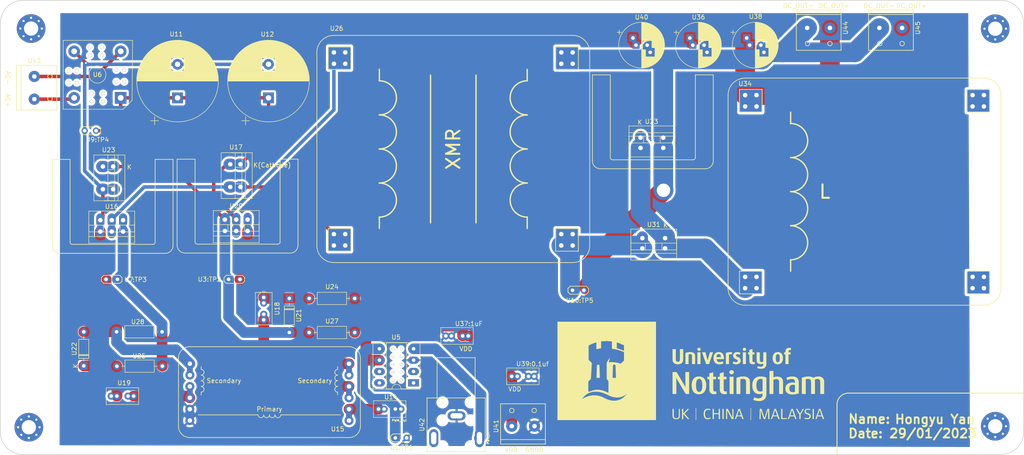
<source format=kicad_pcb>
(kicad_pcb (version 20241229) (generator "pcbnew") (generator_version "9.0")
  (layers (0 "F.Cu" mixed) (2 "B.Cu" signal) (13 "F.Paste" user) (15 "B.Paste" user) (5 "F.SilkS" user "F.Silkscreen") (7 "B.SilkS" user "B.Silkscreen") (1 "F.Mask" user) (3 "B.Mask" user) (25 "Edge.Cuts" user))
  (net 0 "")
  (net 1 "/PWM_Out")
  (net 2 "GNDD")
  (net 3 "/PWM_OUT_A")
  (net 4 "/PWM_COM_A")
  (net 7 "/PWM_Input")
  (net 8 "VDD")
  (net 11 "/PWM_COM_B")
  (net 12 "/VAC(+)")
  (net 13 "/Rectifier_DC(+)")
  (net 14 "/VAC(-)")
  (net 15 "/PWM_OUT_B")
  (net 16 "Net-(U14-Pad1)")
  (net 17 "Net-(U15-Pad3)")
  (net 18 "Net-(U15-Pad5)")
  (net 19 "Net-(U16-Pad2)")
  (net 20 "Net-(U18-Pad1)")
  (net 21 "Net-(U19-Pad1)")
  (net 22 "/Transformer_Out(+)")
  (net 23 "/Converter_Out(-)")
  (net 24 "Net-(U31-Pad1)")
  (net 25 "/Converter_Out(+)")
  (footprint "EEEE2046_Electrical:SOD113" (layer "F.Cu") (at 87.716 58.0292 -90)
    (property "Reference" "U17")
    (property "Value" "BYV25FX-600")
  )
  (footprint "Capacitor_THT:CP_Radial_D18.0mm_P7.50mm" (layer "F.Cu") (at 73.66 43.18 90)
    (property "Reference" "U11")
    (property "Value" "ECA2AM102")
  )
  (footprint "EEEE2046_Electrical:SOD113" (layer "F.Cu") (at 182.5752 76.8448 180)
    (property "Reference" "U31")
    (property "Value" "BYV25FX-600")
  )
  (footprint "EEEE2046_Electrical:LP-0841-3B-05A" (layer "F.Cu") (at 139.1412 110.2868 -90)
    (property "Reference" "U42")
    (property "Value" "PWM_Input")
  )
  (footprint "Capacitor_THT:CP_Radial_D18.0mm_P7.50mm" (layer "F.Cu") (at 93.98 43.18 90)
    (property "Reference" "U12")
    (property "Value" "ECA2AM102")
  )
  (footprint "Capacitor_THT:C_Rect_L7.0mm_W3.5mm_P2.50mm_P5.00mm" (layer "F.Cu") (at 118.5564 112.776)
    (property "Reference" "U14")
    (property "Value" "F")
  )
  (footprint "EEEE2046_Electrical:SOD113" (layer "F.Cu") (at 177.0888 52.0856)
    (property "Reference" "U33")
    (property "Value" "BYV25FX-600")
  )
  (footprint "MountingHole:MountingHole_3.2mm_M3_Pad_Via" (layer "F.Cu") (at 256.322102 27.722102)
    (property "Reference" "H2" (hide yes))
    (property "Value" "Mount")
  )
  (footprint "Capacitor_THT:CP_Radial_D10.0mm_P2.50mm_P5.00mm" (layer "F.Cu") (at 188.772723 31.3944)
    (property "Reference" "U36")
    (property "Value" "F")
  )
  (footprint "Resistor_THT:R_Axial_DIN0207_L6.3mm_D2.5mm_P10.16mm_Horizontal" (layer "F.Cu") (at 70.2692 103.1828 180)
    (property "Reference" "U25")
    (property "Value" "R")
  )
  (footprint "MountingHole:MountingHole_3.2mm_M3_Pad_Via" (layer "F.Cu") (at 256.322102 116.622102)
    (property "Reference" "H4" (hide yes))
    (property "Value" "Mount")
  )
  (footprint "EEEE2046_Electrical:ETD_34-L" (layer "F.Cu") (at 200.4568 42.5704)
    (property "Reference" "U34")
    (property "Value" "H")
  )
  (footprint "Diode_THT:D_DO-35_SOD27_P7.62mm_Horizontal" (layer "F.Cu") (at 98.6282 88.0364 -90)
    (property "Reference" "U21")
    (property "Value" "V")
  )
  (footprint "EEEE2046_Electrical:2wayTerminalBlock" (layer "F.Cu") (at 219.3906 27.5416 180)
    (property "Reference" "U44")
    (property "Value" "Converter_Out")
  )
  (footprint "TestPoint:TestPoint_2Pads_Pitch2.54mm_Drill0.8mm" (layer "F.Cu") (at 60.2288 83.7692 180)
    (property "Reference" "U7")
    (property "Value" "TP_Q2_Gate")
  )
  (footprint "Resistor_THT:R_Axial_DIN0207_L6.3mm_D2.5mm_P10.16mm_Horizontal" (layer "F.Cu") (at 60.0456 95.504)
    (property "Reference" "U28")
    (property "Value" "R")
  )
  (footprint "EEEE2046_Electrical:TO220_Heatsink" (layer "F.Cu") (at 87.0712 77.892 180)
    (property "Reference" "U4-Diode1" (hide yes))
    (property "Value" "TO220_Heatsink")
  )
  (footprint "Capacitor_THT:C_Rect_L7.0mm_W3.5mm_P2.50mm_P5.00mm" (layer "F.Cu") (at 148.3052 105.4634)
    (property "Reference" "U39")
    (property "Value" "0.1 uF")
  )
  (footprint "MountingHole:MountingHole_3.2mm_M3_Pad_Via" (layer "F.Cu") (at 40.4368 116.84)
    (property "Reference" "H4" (hide yes))
    (property "Value" "Mount")
  )
  (footprint "Capacitor_THT:C_Rect_L7.0mm_W3.5mm_P2.50mm_P5.00mm" (layer "F.Cu") (at 92.9132 87.8224 -90)
    (property "Reference" "U18")
    (property "Value" "F")
  )
  (footprint "EEEE2046_Electrical:TO220_Heatsink" (layer "F.Cu") (at 179.832 59.0296 180)
    (property "Reference" "U2-Mosfet1" (hide yes))
    (property "Value" "TO220_Heatsink")
  )
  (footprint "EEEE2046_Electrical:TO220_Heatsink" (layer "F.Cu") (at 59.1566 77.9526 180)
    (property "Reference" "U3-Diode1" (hide yes))
    (property "Value" "TO220_Heatsink")
  )
  (footprint "Capacitor_THT:C_Rect_L7.0mm_W3.5mm_P2.50mm_P5.00mm" (layer "F.Cu") (at 138.5932 96.4184 180)
    (property "Reference" "U37")
    (property "Value" "1uF")
  )
  (footprint "EEEE2046_Electrical:Diode_Bridge_Vishay_KBPC6" (layer "F.Cu") (at 60.96 43.18 180)
    (property "Reference" "U6")
    (property "Value" "VS-KBPC606PBF")
  )
  (footprint "EEEE2046_Electrical:ETD_34-XMR" (layer "F.Cu") (at 108.585 33.02)
    (property "Reference" "U26")
    (property "Value" "ETD_34-Transformer_1P_1S")
  )
  (footprint "EEEE2046_Electrical:UONLogo2" (layer "F.Cu") (at 188.3156 104.2416)
    (property "Reference" "G***" (hide yes))
    (property "Value" "LOGO" (hide yes))
  )
  (footprint "TestPoint:TestPoint_2Pads_Pitch2.54mm_Drill0.8mm" (layer "F.Cu") (at 161.8996 86.2076)
    (property "Reference" "U10")
    (property "Value" "TP_Trans_Out")
  )
  (footprint "Capacitor_THT:C_Rect_L7.0mm_W3.5mm_P2.50mm_P5.00mm" (layer "F.Cu") (at 58.8464 109.8804)
    (property "Reference" "U19")
    (property "Value" "F")
  )
  (footprint "TestPoint:TestPoint_2Pads_Pitch2.54mm_Drill0.8mm" (layer "F.Cu") (at 87.61 83.7692 180)
    (property "Reference" "U3")
    (property "Value" "TP_Q1_Gate")
  )
  (footprint "Capacitor_THT:CP_Radial_D10.0mm_P2.50mm_P5.00mm" (layer "F.Cu") (at 201.472723 31.3944)
    (property "Reference" "U38")
    (property "Value" "F")
  )
  (footprint "Capacitor_THT:CP_Radial_D10.0mm_P2.50mm_P5.00mm" (layer "F.Cu") (at 176.072723 31.3944)
    (property "Reference" "U40")
    (property "Value" "F")
  )
  (footprint "EEEE2046_Electrical:TO-220FPAB" (layer "F.Cu") (at 61.4934 73.0758 180)
    (property "Reference" "U16")
    (property "Value" "IRFI530NPbF")
  )
  (footprint "Resistor_THT:R_Axial_DIN0207_L6.3mm_D2.5mm_P10.16mm_Horizontal" (layer "F.Cu") (at 113.2332 88.0364 180)
    (property "Reference" "U24")
    (property "Value" "R")
  )
  (footprint "EEEE2046_Electrical:Toroid-Transformer_1P_2S" (layer "F.Cu") (at 111.9632 115.3414 180)
    (property "Reference" "U15")
    (property "Value" "Toroid-Transformer_1P_2S")
  )
  (footprint "Diode_THT:D_DO-35_SOD27_P7.62mm_Horizontal" (layer "F.Cu") (at 52.7104 103.124 90)
    (property "Reference" "U22")
    (property "Value" "V")
  )
  (footprint "Resistor_THT:R_Axial_DIN0207_L6.3mm_D2.5mm_P10.16mm_Horizontal" (layer "F.Cu") (at 103.0732 95.6564)
    (property "Reference" "U27")
    (property "Value" "R")
  )
  (footprint "EEEE2046_Electrical:2wayTerminalBlock" (layer "F.Cu") (at 235.5196 27.5416 180)
    (property "Reference" "U45")
    (property "Value" "Converter_Out")
  )
  (footprint "TestPoint:TestPoint_2Pads_Pitch2.54mm_Drill0.8mm" (layer "F.Cu") (at 55.4536 50.5206 180)
    (property "Reference" "U9")
    (property "Value" "TP_DC_Link")
  )
  (footprint "EEEE2046_Electrical:2wayTerminalBlock" (layer "F.Cu") (at 148.3252 116.6034)
    (property "Reference" "U41")
    (property "Value" "PWM_Power")
  )
  (footprint "MountingHole:MountingHole_3.2mm_M3_Pad_Via" (layer "F.Cu") (at 40.9448 27.686)
    (property "Reference" "H2" (hide yes))
    (property "Value" "Mount")
  )
  (footprint "EEEE2046_Electrical:SOD113" (layer "F.Cu") (at 59.268 58.5372 -90)
    (property "Reference" "U23")
    (property "Value" "BYV25FX-600")
  )
  (footprint "Package_DIP:DIP-8_W7.62mm_Socket_LongPads" (layer "F.Cu") (at 126.3804 106.924 180)
    (property "Reference" "U5")
    (property "Value" "TC4425AVPA")
  )
  (footprint "TestPoint:TestPoint_2Pads_Pitch2.54mm_Drill0.8mm" (layer "F.Cu") (at 122.2956 119.2276)
    (property "Reference" "U1")
    (property "Value" "TP_PWM_Out")
  )
  (footprint "EEEE2046_Electrical:2wayTerminalBlock" (layer "F.Cu") (at 41.664 38.394 -90)
    (property "Reference" "U43")
    (property "Value" "AC_Power")
  )
  (footprint "EEEE2046_Electrical:TO-220FPAB" (layer "F.Cu") (at 89.3064 72.9488 180)
    (property "Reference" "U20")
    (property "Value" "IRFI530NPbF")
  )
  (gr_line (start 223.52 109.22) (end 262.672102 109.22) (stroke (width 0.2)) (layer "F.SilkS"))
  (gr_arc (start 220.98 111.76) (mid 221.723949 109.963949) (end 223.52 109.22) (stroke (width 0.2)) (layer "F.SilkS"))
  (gr_line (start 220.98 120.904) (end 220.98 122.9) (stroke (width 0.2)) (layer "F.SilkS"))
  (gr_line (start 220.98 111.76) (end 220.98 120.904) (stroke (width 0.2)) (layer "F.SilkS"))
  (gr_circle (center 123.5964 106.3244) (end 123.3932 106.5276) (stroke (width 0.1)) (fill no) (layer "Edge.Cuts"))
  (gr_circle (center 61.7728 39.5732) (end 61.468 39.8272) (stroke (width 0.1)) (fill no) (layer "Edge.Cuts"))
  (gr_circle (center 123.5964 102.802266) (end 123.3932 103.005466) (stroke (width 0.1)) (fill no) (layer "Edge.Cuts"))
  (gr_circle (center 123.5964 101.0412) (end 123.3932 101.2444) (stroke (width 0.1)) (fill no) (layer "Edge.Cuts"))
  (gr_circle (center 59.9948 36.9316) (end 59.69 37.1856) (stroke (width 0.1)) (fill no) (layer "Edge.Cuts"))
  (gr_circle (center 56.7436 31.9024) (end 56.9976 32.2072) (stroke (width 0.1)) (fill no) (layer "Edge.Cuts"))
  (gr_line (start 34.072103 26.452103) (end 34.072102 117.892102) (stroke (width 0.15)) (layer "Edge.Cuts"))
  (gr_circle (center 51.16524 37.1348) (end 51.47004 36.8808) (stroke (width 0.1)) (fill no) (layer "Edge.Cuts"))
  (gr_circle (center 121.8184 106.3244) (end 121.6152 106.5276) (stroke (width 0.1)) (fill no) (layer "Edge.Cuts"))
  (gr_circle (center 123.5964 99.314) (end 123.3932 99.5172) (stroke (width 0.1)) (fill no) (layer "Edge.Cuts"))
  (gr_circle (center 123.5964 104.563332) (end 123.3932 104.766532) (stroke (width 0.1)) (fill no) (layer "Edge.Cuts"))
  (gr_circle (center 57.0484 43.9928) (end 56.7944 43.688) (stroke (width 0.1)) (fill no) (layer "Edge.Cuts"))
  (gr_circle (center 59.9948 39.5732) (end 59.69 39.8272) (stroke (width 0.1)) (fill no) (layer "Edge.Cuts"))
  (gr_line (start 262.672102 117.892102) (end 262.672102 26.452102) (stroke (width 0.15)) (layer "Edge.Cuts"))
  (gr_circle (center 54.102 31.9024) (end 54.356 32.2072) (stroke (width 0.1)) (fill no) (layer "Edge.Cuts"))
  (gr_arc (start 34.072103 26.452103) (mid 35.560001 22.860001) (end 39.152103 21.372103) (stroke (width 0.15)) (layer "Edge.Cuts"))
  (gr_circle (center 56.7436 33.6804) (end 56.9976 33.9852) (stroke (width 0.1)) (fill no) (layer "Edge.Cuts"))
  (gr_line (start 257.592102 21.372102) (end 39.152102 21.372102) (stroke (width 0.15)) (layer "Edge.Cuts"))
  (gr_circle (center 57.0484 42.2148) (end 56.7944 41.91) (stroke (width 0.1)) (fill no) (layer "Edge.Cuts"))
  (gr_arc (start 257.592102 21.372102) (mid 261.184202 22.86) (end 262.672102 26.452102) (stroke (width 0.15)) (layer "Edge.Cuts"))
  (gr_arc (start 262.672102 117.892102) (mid 261.184204 121.484204) (end 257.592102 122.972102) (stroke (width 0.15)) (layer "Edge.Cuts"))
  (gr_circle (center 54.102 33.6804) (end 54.356 33.9852) (stroke (width 0.1)) (fill no) (layer "Edge.Cuts"))
  (gr_circle (center 121.8184 99.314) (end 121.6152 99.5172) (stroke (width 0.1)) (fill no) (layer "Edge.Cuts"))
  (gr_circle (center 61.7728 36.9316) (end 61.468 37.1856) (stroke (width 0.1)) (fill no) (layer "Edge.Cuts"))
  (gr_circle (center 51.16524 39.7764) (end 51.47004 39.5224) (stroke (width 0.1)) (fill no) (layer "Edge.Cuts"))
  (gr_circle (center 54.4068 43.9928) (end 54.1528 43.688) (stroke (width 0.1)) (fill no) (layer "Edge.Cuts"))
  (gr_line (start 257.592102 122.972102) (end 39.152102 122.972102) (stroke (width 0.15)) (layer "Edge.Cuts"))
  (gr_arc (start 39.152102 122.972102) (mid 35.56 121.484204) (end 34.072102 117.892102) (stroke (width 0.15)) (layer "Edge.Cuts"))
  (gr_circle (center 49.38724 37.1348) (end 49.69204 36.8808) (stroke (width 0.1)) (fill no) (layer "Edge.Cuts"))
  (gr_circle (center 49.38724 39.7764) (end 49.69204 39.5224) (stroke (width 0.1)) (fill no) (layer "Edge.Cuts"))
  (gr_circle (center 54.4068 42.2148) (end 54.1528 41.91) (stroke (width 0.1)) (fill no) (layer "Edge.Cuts"))
  (gr_circle (center 121.8184 101.0412) (end 121.6152 101.2444) (stroke (width 0.1)) (fill no) (layer "Edge.Cuts"))
  (gr_circle (center 121.8184 104.563332) (end 121.6152 104.766532) (stroke (width 0.1)) (fill no) (layer "Edge.Cuts"))
  (gr_circle (center 121.8184 102.802266) (end 121.6152 103.005466) (stroke (width 0.1)) (fill no) (layer "Edge.Cuts"))
  (gr_text "DC_OUT+" (at 220.3196 22.5806 0) (layer "F.SilkS") (effects (font (size 1 1))))
  (gr_text "Hongyu Yan" (at 242.824 115.062 0) (layer "F.SilkS") (effects (font (size 2 2) (thickness 0.4))))
  (gr_text ":TP2" (at 81.788 83.7692 0) (layer "F.SilkS") (effects (font (size 1 1))))
  (gr_text "DC_OUT-" (at 212.3186 22.5806 0) (layer "F.SilkS") (effects (font (size 1 1))))
  (gr_text "K" (at 176.9364 48.6664 0) (layer "F.SilkS") (effects (font (size 1 1))))
  (gr_text "AC-" (at 35.7886 38.7096 270) (layer "F.SilkS") (effects (font (size 1 1))))
  (gr_text "DC_OUT-" (at 230.3526 22.5806 0) (layer "F.SilkS") (effects (font (size 1 1))))
  (gr_text "GNDD" (at 153.3906 121.8946 0) (layer "F.SilkS") (effects (font (size 1 1))))
  (gr_text "K" (at 182.6768 71.7296 0) (layer "F.SilkS") (effects (font (size 1 1))))
  (gr_text "PWM_In" (at 143.0528 119.2784 90) (layer "F.SilkS") (effects (font (size 0.5 0.5) (thickness 0.125))))
  (gr_text "DC_OUT+" (at 237.5916 22.5806 0) (layer "F.SilkS") (effects (font (size 1 1))))
  (gr_text "PWM_Out" (at 123.19 115.316 0) (layer "F.SilkS") (effects (font (size 0.5 0.5) (thickness 0.125))))
  (gr_text ":1uF" (at 140.1826 93.7006 0) (layer "F.SilkS") (effects (font (size 1 1))))
  (gr_text "VDD" (at 148.1836 121.8946 0) (layer "F.SilkS") (effects (font (size 1 1))))
  (gr_text ":TP4" (at 56.7436 52.5526 0) (layer "F.SilkS") (effects (font (size 1 1))))
  (gr_text "VDD" (at 148.9964 108.3056 0) (layer "F.SilkS") (effects (font (size 1 1))))
  (gr_text "AC+" (at 35.7886 43.7896 270) (layer "F.SilkS") (effects (font (size 1 1))))
  (gr_text ":TP5" (at 164.9476 88.4936 0) (layer "F.SilkS") (effects (font (size 1 1))))
  (gr_text ":0.1uf" (at 154.4066 102.7176 0) (layer "F.SilkS") (effects (font (size 1 1))))
  (gr_text "VDD" (at 138.0744 99.314 0) (layer "F.SilkS") (effects (font (size 1 1))))
  (gr_text ":TP3" (at 65.1764 83.82 0) (layer "F.SilkS") (effects (font (size 1 1))))
  (gr_text "K" (at 62.8904 58.674 0) (layer "F.SilkS") (effects (font (size 1 1))))
  (gr_text ":TP1" (at 124.6632 121.3612 0) (layer "F.SilkS") (effects (font (size 1 1))))
  (gr_text "K(Cathode)" (at 94.7928 58.2168 0) (layer "F.SilkS") (effects (font (size 1 1))))
  (gr_text "Name: \nDate: 29/01/2023" (at 223.302102 116.622102 0) (layer "F.SilkS") (effects (font (size 2 2) (thickness 0.4)) (justify left)))
  (segment (start 115.0112 100.3808) (end 115.0112 108.5596) (width 2.39) (layer "B.Cu") (net 1))
  (segment (start 116.078 99.314) (end 115.0112 100.3808) (width 2.39) (layer "B.Cu") (net 1))
  (segment (start 122.2956 112.7868) (end 122.3064 112.776) (width 2.39) (layer "B.Cu") (net 1))
  (segment (start 118.7604 99.304) (end 118.7504 99.314) (width 2.39) (layer "B.Cu") (net 1))
  (segment (start 118.7504 99.314) (end 116.078 99.314) (width 2.39) (layer "B.Cu") (net 1))
  (segment (start 115.0112 108.5596) (end 117.0326 110.581) (width 2.39) (layer "B.Cu") (net 1))
  (segment (start 117.0326 110.581) (end 120.715599 110.581) (width 2.39) (layer "B.Cu") (net 1))
  (segment (start 122.2956 119.2276) (end 122.2956 112.7868) (width 2.39) (layer "B.Cu") (net 1))
  (segment (start 120.715599 110.581) (end 122.3064 112.171801) (width 2.39) (layer "B.Cu") (net 1))
  (segment (start 89.3064 72.9488) (end 89.3064 82.0728) (width 2.39) (layer "F.Cu") (net 3))
  (segment (start 113.2332 85.2424) (end 111.76 83.7692) (width 2.39) (layer "F.Cu") (net 3))
  (segment (start 89.3064 82.0728) (end 87.61 83.7692) (width 2.39) (layer "F.Cu") (net 3))
  (segment (start 113.2332 88.0364) (end 113.2332 95.6564) (width 2.39) (layer "F.Cu") (net 3))
  (segment (start 113.2332 88.0364) (end 113.2332 85.2424) (width 2.39) (layer "F.Cu") (net 3))
  (segment (start 111.76 83.7692) (end 87.61 83.7692) (width 2.39) (layer "F.Cu") (net 3))
  (segment (start 98.6282 95.6564) (end 103.0732 95.6564) (width 2.39) (layer "F.Cu") (net 4))
  (segment (start 103.0732 100.1268) (end 105.5878 102.6414) (width 2.39) (layer "F.Cu") (net 4))
  (segment (start 103.0732 95.6564) (end 103.0732 100.1268) (width 2.39) (layer "F.Cu") (net 4))
  (segment (start 72.3548 58.5372) (end 84.2264 70.4088) (width 0.78) (layer "F.Cu") (net 4))
  (segment (start 59.268 58.5372) (end 72.3548 58.5372) (width 0.78) (layer "F.Cu") (net 4))
  (segment (start 105.5878 102.6414) (end 111.9632 102.6414) (width 2.39) (layer "F.Cu") (net 4))
  (segment (start 84.2264 82.9256) (end 84.2264 70.4088) (width 2.39) (layer "B.Cu") (net 4))
  (segment (start 108.585 45.883022) (end 108.585 35.56) (width 0.78) (layer "B.Cu") (net 4))
  (segment (start 84.2264 70.4088) (end 84.2264 70.241622) (width 0.78) (layer "B.Cu") (net 4))
  (segment (start 98.6282 95.6564) (end 88.5444 95.6564) (width 2.39) (layer "B.Cu") (net 4))
  (segment (start 85.07 92.182) (end 85.07 83.7692) (width 2.39) (layer "B.Cu") (net 4))
  (segment (start 85.07 83.7692) (end 84.2264 82.9256) (width 2.39) (layer "B.Cu") (net 4))
  (segment (start 84.2264 70.241622) (end 108.585 45.883022) (width 0.78) (layer "B.Cu") (net 4))
  (segment (start 88.5444 95.6564) (end 85.07 92.182) (width 2.39) (layer "B.Cu") (net 4))
  (segment (start 141.436201 118.941799) (end 141.436201 109.533801) (width 2.39) (layer "B.Cu") (net 7))
  (segment (start 141.0912 119.2868) (end 141.436201 118.941799) (width 2.39) (layer "B.Cu") (net 7))
  (segment (start 141.436201 109.533801) (end 131.2064 99.304) (width 2.39) (layer "B.Cu") (net 7))
  (segment (start 131.2064 99.304) (end 126.3804 99.304) (width 2.39) (layer "B.Cu") (net 7))
  (segment (start 137.3432 96.4184) (end 137.3432 95.28703) (width 2.39) (layer "F.Cu") (net 8))
  (segment (start 148.3252 105.4834) (end 148.3052 105.4634) (width 2.39) (layer "F.Cu") (net 8))
  (segment (start 138.5932 96.4184) (end 139.2602 96.4184) (width 2.39) (layer "F.Cu") (net 8))
  (segment (start 136.27957 94.2234) (end 118.6286 94.2234) (width 2.39) (layer "F.Cu") (net 8))
  (segment (start 116.1696 101.844) (end 118.7604 101.844) (width 2.39) (layer "F.Cu") (net 8))
  (segment (start 115.7224 97.1296) (end 115.7224 101.3968) (width 2.39) (layer "F.Cu") (net 8))
  (segment (start 137.3432 95.28703) (end 136.27957 94.2234) (width 2.39) (layer "F.Cu") (net 8))
  (segment (start 118.6286 94.2234) (end 115.7224 97.1296) (width 2.39) (layer "F.Cu") (net 8))
  (segment (start 139.2602 96.4184) (end 148.3052 105.4634) (width 2.39) (layer "F.Cu") (net 8))
  (segment (start 115.7224 101.3968) (end 116.1696 101.844) (width 2.39) (layer "F.Cu") (net 8))
  (segment (start 148.3252 116.6034) (end 148.3252 105.4834) (width 2.39) (layer "F.Cu") (net 8))
  (segment (start 56.982 63.6172) (end 56.982 69.9672) (width 0.78) (layer "F.Cu") (net 11))
  (segment (start 56.982 69.9672) (end 56.4134 70.5358) (width 0.78) (layer "F.Cu") (net 11))
  (segment (start 52.7104 95.504) (end 60.0456 95.504) (width 2.39) (layer "F.Cu") (net 11))
  (segment (start 50.56 32.78) (end 53.1876 35.4076) (width 0.78) (layer "F.Cu") (net 11))
  (segment (start 60.0456 95.504) (end 60.0456 91.186) (width 2.39) (layer "F.Cu") (net 11))
  (segment (start 56.4134 73.0758) (end 56.4134 82.4938) (width 2.39) (layer "F.Cu") (net 11))
  (segment (start 60.0456 91.186) (end 57.6888 88.8292) (width 2.39) (layer "F.Cu") (net 11))
  (segment (start 57.6888 88.8292) (end 57.6888 83.7692) (width 2.39) (layer "F.Cu") (net 11))
  (segment (start 56.4134 82.4938) (end 57.6888 83.7692) (width 2.39) (layer "F.Cu") (net 11))
  (via (at 53.1876 35.4076) (size 0.8) (drill 0.4) (layers "F.Cu" "B.Cu") (net 11))
  (segment (start 52.9136 35.6816) (end 53.1876 35.4076) (width 0.78) (layer "B.Cu") (net 11))
  (segment (start 61.722 99.5172) (end 73.279 99.5172) (width 2.39) (layer "B.Cu") (net 11))
  (segment (start 53.1876 35.4076) (end 53.4924 35.7124) (width 0.78) (layer "B.Cu") (net 11))
  (segment (start 53.4924 35.7124) (end 53.594 35.7124) (width 0.78) (layer "B.Cu") (net 11))
  (segment (start 52.9136 50.5206) (end 52.9136 59.5488) (width 0.78) (layer "B.Cu") (net 11))
  (segment (start 60.0456 97.8408) (end 61.722 99.5172) (width 2.39) (layer "B.Cu") (net 11))
  (segment (start 60.0456 95.504) (end 60.0456 97.8408) (width 2.39) (layer "B.Cu") (net 11))
  (segment (start 53.594 35.7124) (end 53.6264 35.68) (width 0.78) (layer "B.Cu") (net 11))
  (segment (start 73.279 99.5172) (end 76.4032 102.6414) (width 2.39) (layer "B.Cu") (net 11))
  (segment (start 73.66 35.68) (end 93.98 35.68) (width 0.78) (layer "B.Cu") (net 11))
  (segment (start 53.6264 35.68) (end 73.66 35.68) (width 0.78) (layer "B.Cu") (net 11))
  (segment (start 52.9136 59.5488) (end 56.982 63.6172) (width 0.78) (layer "B.Cu") (net 11))
  (segment (start 52.9136 50.5206) (end 52.9136 35.6816) (width 0.78) (layer "B.Cu") (net 11))
  (segment (start 50.266 43.474) (end 50.56 43.18) (width 0.78) (layer "F.Cu") (net 12))
  (segment (start 41.664 43.474) (end 50.266 43.474) (width 0.78) (layer "F.Cu") (net 12))
  (segment (start 60.96 47.5996) (end 58.039 50.5206) (width 0.78) (layer "F.Cu") (net 13))
  (segment (start 84.668 58.0292) (end 81.7372 60.96) (width 0.78) (layer "F.Cu") (net 13))
  (segment (start 81.7372 65.212422) (end 86.7664 70.241622) (width 0.78) (layer "F.Cu") (net 13))
  (segment (start 93.98 43.18) (end 93.98 51.7652) (width 0.78) (layer "F.Cu") (net 13))
  (segment (start 73.66 43.18) (end 93.98 43.18) (width 0.78) (layer "F.Cu") (net 13))
  (segment (start 81.7372 60.96) (end 81.7372 65.212422) (width 0.78) (layer "F.Cu") (net 13))
  (segment (start 93.98 51.7652) (end 87.716 58.0292) (width 0.78) (layer "F.Cu") (net 13))
  (segment (start 86.7664 70.241622) (end 86.7664 70.4088) (width 0.78) (layer "F.Cu") (net 13))
  (segment (start 85.43 58.0292) (end 84.668 58.0292) (width 0.78) (layer "F.Cu") (net 13))
  (segment (start 60.96 43.18) (end 73.66 43.18) (width 0.78) (layer "F.Cu") (net 13))
  (segment (start 60.96 43.18) (end 60.96 47.5996) (width 0.78) (layer "F.Cu") (net 13))
  (segment (start 58.039 50.5206) (end 55.4536 50.5206) (width 0.78) (layer "F.Cu") (net 13))
  (segment (start 55.346 38.394) (end 60.96 32.78) (width 0.78) (layer "F.Cu") (net 14))
  (segment (start 41.664 38.394) (end 55.346 38.394) (width 0.78) (layer "F.Cu") (net 14))
  (segment (start 70.2056 95.504) (end 70.2056 103.1192) (width 2.39) (layer "F.Cu") (net 15))
  (segment (start 70.2056 103.1192) (end 70.2692 103.1828) (width 2.39) (layer "F.Cu") (net 15))
  (segment (start 61.4934 73.0758) (end 61.4934 82.5046) (width 2.39) (layer "B.Cu") (net 15))
  (segment (start 70.2056 93.746) (end 60.2288 83.7692) (width 2.39) (layer "B.Cu") (net 15))
  (segment (start 70.2056 95.504) (end 70.2056 93.746) (width 2.39) (layer "B.Cu") (net 15))
  (segment (start 61.4934 82.5046) (end 60.2288 83.7692) (width 2.39) (layer "B.Cu") (net 15))
  (segment (start 118.531 112.8014) (end 118.5564 112.776) (width 2.39) (layer "F.Cu") (net 16))
  (segment (start 111.9632 112.8014) (end 118.531 112.8014) (width 2.39) (layer "F.Cu") (net 16))
  (segment (start 111.9632 107.7214) (end 97.7646 107.7214) (width 2.39) (layer "F.Cu") (net 17))
  (segment (start 97.7646 107.7214) (end 92.8624 102.8192) (width 2.39) (layer "F.Cu") (net 17))
  (segment (start 92.9132 102.7684) (end 92.9132 92.8224) (width 2.39) (layer "F.Cu") (net 17))
  (segment (start 92.8624 102.8192) (end 92.9132 102.7684) (width 2.39) (layer "F.Cu") (net 17))
  (segment (start 63.8464 109.8804) (end 76.0222 109.8804) (width 2.39) (layer "F.Cu") (net 18))
  (segment (start 76.0222 109.8804) (end 76.4032 110.2614) (width 2.39) (layer "F.Cu") (net 18))
  (segment (start 98.0342 63.1092) (end 108.585 73.66) (width 0.78) (layer "F.Cu") (net 19))
  (segment (start 87.716 63.1092) (end 98.0342 63.1092) (width 0.78) (layer "F.Cu") (net 19))
  (segment (start 85.43 63.1092) (end 66.212822 63.1092) (width 0.78) (layer "B.Cu") (net 19))
  (segment (start 66.212822 63.1092) (end 58.9534 70.368622) (width 0.78) (layer "B.Cu") (net 19))
  (segment (start 58.9534 70.368622) (end 58.9534 70.5358) (width 0.78) (layer "B.Cu") (net 19))
  (segment (start 93.1272 88.0364) (end 92.9132 87.8224) (width 2.39) (layer "F.Cu") (net 20))
  (segment (start 103.0732 88.0364) (end 98.6282 88.0364) (width 2.39) (layer "F.Cu") (net 20))
  (segment (start 98.6282 88.0364) (end 93.1272 88.0364) (width 2.39) (layer "F.Cu") (net 20))
  (segment (start 60.1092 103.1828) (end 60.1092 109.8676) (width 2.39) (layer "F.Cu") (net 21))
  (segment (start 52.7104 103.124) (end 60.0504 103.124) (width 2.39) (layer "F.Cu") (net 21))
  (segment (start 60.1092 109.8676) (end 60.0964 109.8804) (width 2.39) (layer "F.Cu") (net 21))
  (segment (start 60.0504 103.124) (end 60.1092 103.1828) (width 2.39) (layer "F.Cu") (net 21))
  (segment (start 159.385 76.2) (end 161.3446 78.1596) (width 4.39) (layer "B.Cu") (net 22))
  (segment (start 176.8504 76.2) (end 177.4952 76.8448) (width 4.39) (layer "B.Cu") (net 22))
  (segment (start 161.3446 78.1596) (end 161.3446 86.2076) (width 4.39) (layer "B.Cu") (net 22))
  (segment (start 161.925 76.2) (end 176.8504 76.2) (width 4.39) (layer "B.Cu") (net 22))
  (segment (start 166.2102 84.5386) (end 165.5064 85.2424) (width 4.39) (layer "F.Cu") (net 23))
  (segment (start 182.2196 63.8556) (end 166.2102 79.865) (width 4.39) (layer "F.Cu") (net 23))
  (segment (start 166.2102 79.865) (end 166.2102 84.5386) (width 4.39) (layer "F.Cu") (net 23))
  (via (at 182.2196 63.8556) (size 4) (drill 3) (layers "F.Cu" "B.Cu") (net 23))
  (segment (start 204.64366 34.12577) (end 204.18003 34.5894) (width 4.39) (layer "B.Cu") (net 23))
  (segment (start 224.9868 32.9944) (end 230.4396 27.5416) (width 4.39) (layer "B.Cu") (net 23))
  (segment (start 182.1688 35.91954) (end 180.83866 34.5894) (width 4.39) (layer "B.Cu") (net 23))
  (segment (start 204.64366 32.9944) (end 204.64366 34.12577) (width 4.39) (layer "B.Cu") (net 23))
  (segment (start 192.1256 34.2028) (end 192.1256 32.5264) (width 4.39) (layer "B.Cu") (net 23))
  (segment (start 204.64366 32.9944) (end 208.8578 32.9944) (width 4.39) (layer "B.Cu") (net 23))
  (segment (start 163.4944 34.5894) (end 178.7342 34.5894) (width 4.39) (layer "B.Cu") (net 23))
  (segment (start 191.272723 32.323463) (end 191.94366 32.9944) (width 0.674) (layer "B.Cu") (net 23))
  (segment (start 180.83866 34.5894) (end 191.739 34.5894) (width 4.39) (layer "B.Cu") (net 23))
  (segment (start 182.1688 52.0856) (end 182.1688 35.91954) (width 4.39) (layer "B.Cu") (net 23))
  (segment (start 208.8578 32.9944) (end 224.9868 32.9944) (width 4.39) (layer "B.Cu") (net 23))
  (segment (start 182.1688 54.3716) (end 182.1688 63.8048) (width 4.39) (layer "B.Cu") (net 23))
  (segment (start 208.8578 32.9944) (end 214.3106 27.5416) (width 4.39) (layer "B.Cu") (net 23))
  (segment (start 179.24366 32.9944) (end 180.83866 34.5894) (width 4.39) (layer "B.Cu") (net 23))
  (segment (start 179.24366 32.9944) (end 191.94366 32.9944) (width 0.674) (layer "B.Cu") (net 23))
  (segment (start 178.572723 31.3944) (end 178.572723 32.323463) (width 0.674) (layer "B.Cu") (net 23))
  (segment (start 191.739 34.5894) (end 192.1256 34.2028) (width 4.39) (layer "B.Cu") (net 23))
  (segment (start 191.272723 31.3944) (end 191.272723 32.323463) (width 0.674) (layer "B.Cu") (net 23))
  (segment (start 182.1688 63.8048) (end 182.2196 63.8556) (width 4.39) (layer "B.Cu") (net 23))
  (segment (start 178.572723 32.323463) (end 179.24366 32.9944) (width 0.674) (layer "B.Cu") (net 23))
  (segment (start 204.18003 34.5894) (end 191.739 34.5894) (width 4.39) (layer "B.Cu") (net 23))
  (segment (start 178.7342 34.5894) (end 179.4256 33.898) (width 4.39) (layer "B.Cu") (net 23))
  (segment (start 179.4256 33.898) (end 179.4256 32.5264) (width 4.39) (layer "B.Cu") (net 23))
  (segment (start 182.5752 76.8448) (end 191.5512 76.8448) (width 4.39) (layer "B.Cu") (net 24))
  (segment (start 182.5752 74.233992) (end 182.5752 76.8448) (width 4.39) (layer "B.Cu") (net 24))
  (segment (start 177.0888 68.747592) (end 182.5752 74.233992) (width 4.39) (layer "B.Cu") (net 24))
  (segment (start 177.0888 54.3716) (end 177.0888 68.747592) (width 4.39) (layer "B.Cu") (net 24))
  (segment (start 191.5512 76.8448) (end 200.4568 85.7504) (width 4.39) (layer "B.Cu") (net 24))
  (segment (start 217.8304 42.5704) (end 219.3906 41.0102) (width 4.39) (layer "F.Cu") (net 25))
  (segment (start 200.4568 42.5704) (end 200.4568 31.715323) (width 4.39) (layer "F.Cu") (net 25))
  (segment (start 175.401786 29.7944) (end 176.996786 28.1994) (width 4.39) (layer "F.Cu") (net 25))
  (segment (start 217.8304 42.5704) (end 232.6132 42.5704) (width 4.39) (layer "F.Cu") (net 25))
  (segment (start 232.6132 42.5704) (end 235.5196 39.664) (width 4.39) (layer "F.Cu") (net 25))
  (segment (start 235.5196 39.664) (end 235.5196 27.5416) (width 4.39) (layer "F.Cu") (net 25))
  (segment (start 199.206786 28.1994) (end 189.696786 28.1994) (width 4.39) (layer "F.Cu") (net 25))
  (segment (start 186.506786 28.1994) (end 188.101786 29.7944) (width 4.39) (layer "F.Cu") (net 25))
  (segment (start 200.801786 29.7944) (end 199.206786 28.1994) (width 4.39) (layer "F.Cu") (net 25))
  (segment (start 202.9968 42.5704) (end 217.8304 42.5704) (width 4.39) (layer "F.Cu") (net 25))
  (segment (start 219.3906 41.0102) (end 219.3906 27.5416) (width 4.39) (layer "F.Cu") (net 25))
  (segment (start 176.996786 28.1994) (end 186.506786 28.1994) (width 4.39) (layer "F.Cu") (net 25))
  (segment (start 189.696786 28.1994) (end 188.101786 29.7944) (width 4.39) (layer "F.Cu") (net 25))
  (segment (start 200.4568 31.715323) (end 200.777723 31.3944) (width 4.39) (layer "F.Cu") (net 25))
  (zone (net 2) (net_name "GNDD") (layer "B.Cu") (connect_pads (clearance 0.508)) (min_thickness 0.254) (fill yes (thermal_gap 0.508) (thermal_bridge_width 0.508))
    (polygon (pts (xy 250.6726 121.2596) (xy 47.308611 120.8786) (xy 47.4726 24.2316) (xy 250.2916 24.2316)))
  )
)
</source>
